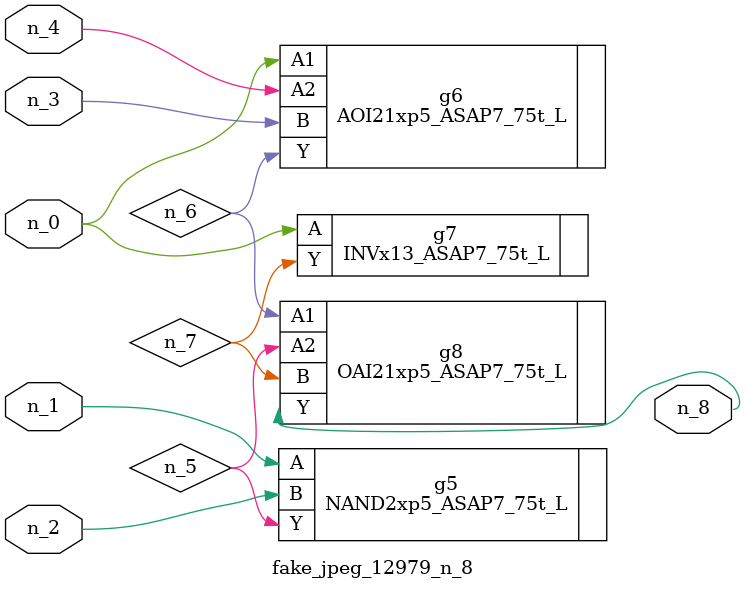
<source format=v>
module fake_jpeg_12979_n_8 (n_3, n_2, n_1, n_0, n_4, n_8);

input n_3;
input n_2;
input n_1;
input n_0;
input n_4;

output n_8;

wire n_6;
wire n_5;
wire n_7;

NAND2xp5_ASAP7_75t_L g5 ( 
.A(n_1),
.B(n_2),
.Y(n_5)
);

AOI21xp5_ASAP7_75t_L g6 ( 
.A1(n_0),
.A2(n_4),
.B(n_3),
.Y(n_6)
);

INVx13_ASAP7_75t_L g7 ( 
.A(n_0),
.Y(n_7)
);

OAI21xp5_ASAP7_75t_L g8 ( 
.A1(n_6),
.A2(n_5),
.B(n_7),
.Y(n_8)
);


endmodule
</source>
